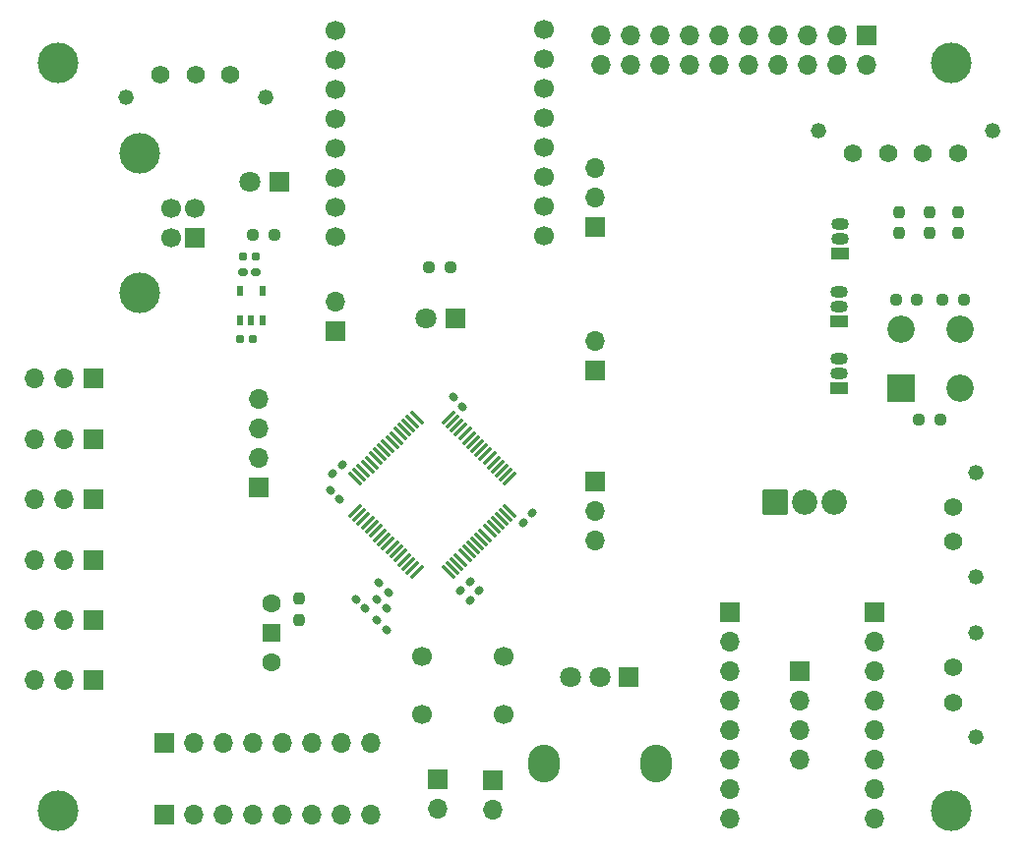
<source format=gbr>
%TF.GenerationSoftware,KiCad,Pcbnew,8.0.4*%
%TF.CreationDate,2025-04-25T16:49:28-07:00*%
%TF.ProjectId,DalekSoundSystemV2,44616c65-6b53-46f7-956e-645379737465,rev?*%
%TF.SameCoordinates,Original*%
%TF.FileFunction,Soldermask,Top*%
%TF.FilePolarity,Negative*%
%FSLAX46Y46*%
G04 Gerber Fmt 4.6, Leading zero omitted, Abs format (unit mm)*
G04 Created by KiCad (PCBNEW 8.0.4) date 2025-04-25 16:49:28*
%MOMM*%
%LPD*%
G01*
G04 APERTURE LIST*
G04 Aperture macros list*
%AMRoundRect*
0 Rectangle with rounded corners*
0 $1 Rounding radius*
0 $2 $3 $4 $5 $6 $7 $8 $9 X,Y pos of 4 corners*
0 Add a 4 corners polygon primitive as box body*
4,1,4,$2,$3,$4,$5,$6,$7,$8,$9,$2,$3,0*
0 Add four circle primitives for the rounded corners*
1,1,$1+$1,$2,$3*
1,1,$1+$1,$4,$5*
1,1,$1+$1,$6,$7*
1,1,$1+$1,$8,$9*
0 Add four rect primitives between the rounded corners*
20,1,$1+$1,$2,$3,$4,$5,0*
20,1,$1+$1,$4,$5,$6,$7,0*
20,1,$1+$1,$6,$7,$8,$9,0*
20,1,$1+$1,$8,$9,$2,$3,0*%
G04 Aperture macros list end*
%ADD10RoundRect,0.155000X-0.212500X-0.155000X0.212500X-0.155000X0.212500X0.155000X-0.212500X0.155000X0*%
%ADD11R,0.508000X0.955600*%
%ADD12RoundRect,0.155000X0.040659X0.259862X-0.259862X-0.040659X-0.040659X-0.259862X0.259862X0.040659X0*%
%ADD13RoundRect,0.155000X0.259862X-0.040659X-0.040659X0.259862X-0.259862X0.040659X0.040659X-0.259862X0*%
%ADD14R,1.800000X1.800000*%
%ADD15C,1.800000*%
%ADD16R,1.700000X1.700000*%
%ADD17O,1.700000X1.700000*%
%ADD18RoundRect,0.160000X-0.222500X-0.160000X0.222500X-0.160000X0.222500X0.160000X-0.222500X0.160000X0*%
%ADD19O,2.720000X3.240000*%
%ADD20RoundRect,0.237500X-0.237500X0.250000X-0.237500X-0.250000X0.237500X-0.250000X0.237500X0.250000X0*%
%ADD21C,3.500000*%
%ADD22C,1.320800*%
%ADD23C,1.574800*%
%ADD24R,2.350000X2.350000*%
%ADD25C,2.350000*%
%ADD26RoundRect,0.155000X0.212500X0.155000X-0.212500X0.155000X-0.212500X-0.155000X0.212500X-0.155000X0*%
%ADD27C,1.700000*%
%ADD28R,1.500000X1.500000*%
%ADD29C,1.600000*%
%ADD30RoundRect,0.237500X-0.250000X-0.237500X0.250000X-0.237500X0.250000X0.237500X-0.250000X0.237500X0*%
%ADD31RoundRect,0.155000X-0.259862X0.040659X0.040659X-0.259862X0.259862X-0.040659X-0.040659X0.259862X0*%
%ADD32R,1.500000X1.050000*%
%ADD33O,1.500000X1.050000*%
%ADD34RoundRect,0.155000X-0.040659X-0.259862X0.259862X0.040659X0.040659X0.259862X-0.259862X-0.040659X0*%
%ADD35RoundRect,0.160000X-0.270468X0.044194X0.044194X-0.270468X0.270468X-0.044194X-0.044194X0.270468X0*%
%ADD36RoundRect,0.237500X0.237500X-0.250000X0.237500X0.250000X-0.237500X0.250000X-0.237500X-0.250000X0*%
%ADD37RoundRect,0.075000X-0.441942X-0.548008X0.548008X0.441942X0.441942X0.548008X-0.548008X-0.441942X0*%
%ADD38RoundRect,0.075000X0.441942X-0.548008X0.548008X-0.441942X-0.441942X0.548008X-0.548008X0.441942X0*%
%ADD39RoundRect,0.102000X-0.990000X-0.990000X0.990000X-0.990000X0.990000X0.990000X-0.990000X0.990000X0*%
%ADD40C,2.184000*%
G04 APERTURE END LIST*
D10*
%TO.C,C11*%
X148477300Y-59263600D03*
X149612300Y-59263600D03*
%TD*%
D11*
%TO.C,U3*%
X148249999Y-64755600D03*
X149200000Y-64755600D03*
X150150001Y-64755600D03*
X150150001Y-62200000D03*
X148249999Y-62200000D03*
%TD*%
D12*
%TO.C,C5*%
X173401283Y-81398717D03*
X172598717Y-82201283D03*
%TD*%
D13*
%TO.C,C7*%
X161001283Y-88201283D03*
X160198717Y-87398717D03*
%TD*%
D14*
%TO.C,D3*%
X151600000Y-52800000D03*
D15*
X149060000Y-52800000D03*
%TD*%
D16*
%TO.C,J24*%
X178800000Y-56740000D03*
D17*
X178800000Y-54200000D03*
X178800000Y-51660000D03*
%TD*%
D18*
%TO.C,L1*%
X148472300Y-60601100D03*
X149617300Y-60601100D03*
%TD*%
D19*
%TO.C,RV1*%
X184000000Y-102975000D03*
X174400000Y-102975000D03*
D14*
X181700000Y-95475000D03*
D15*
X179200000Y-95475000D03*
X176700000Y-95475000D03*
%TD*%
D16*
%TO.C,J17*%
X165225000Y-104350000D03*
D17*
X165225000Y-106890000D03*
%TD*%
D20*
%TO.C,R2*%
X204962725Y-55447501D03*
X204962725Y-57272501D03*
%TD*%
D21*
%TO.C,H2*%
X132600000Y-107000000D03*
%TD*%
D16*
%TO.C,J5*%
X135600000Y-90600000D03*
D17*
X133060000Y-90600000D03*
X130520000Y-90600000D03*
%TD*%
D22*
%TO.C,J10*%
X211560001Y-100699999D03*
X211560001Y-91700001D03*
D23*
X209600000Y-94700000D03*
X209600000Y-97700000D03*
%TD*%
D16*
%TO.C,J7*%
X202180000Y-40260000D03*
D17*
X202180000Y-42800000D03*
X199640000Y-40260000D03*
X199640000Y-42800000D03*
X197100000Y-40260000D03*
X197100000Y-42800000D03*
X194560000Y-40260000D03*
X194560000Y-42800000D03*
X192020000Y-40260000D03*
X192020000Y-42800000D03*
X189480000Y-40260000D03*
X189480000Y-42800000D03*
X186940000Y-40260000D03*
X186940000Y-42800000D03*
X184400000Y-40260000D03*
X184400000Y-42800000D03*
X181860000Y-40260000D03*
X181860000Y-42800000D03*
X179320000Y-40260000D03*
X179320000Y-42800000D03*
%TD*%
D22*
%TO.C,J11*%
X211560001Y-86866200D03*
X211560001Y-77866202D03*
D23*
X209600000Y-80866201D03*
X209600000Y-83866201D03*
%TD*%
D24*
%TO.C,D1*%
X205155000Y-70605001D03*
D25*
X210235000Y-70605001D03*
X210235000Y-65525001D03*
X205155000Y-65525001D03*
%TD*%
D22*
%TO.C,J9*%
X138400001Y-45560001D03*
X150399997Y-45560001D03*
D23*
X147399998Y-43600000D03*
X144399999Y-43600000D03*
X141400000Y-43600000D03*
%TD*%
D16*
%TO.C,J13*%
X156400000Y-65740000D03*
D17*
X156400000Y-63200000D03*
%TD*%
D26*
%TO.C,C10*%
X149367500Y-66351100D03*
X148232500Y-66351100D03*
%TD*%
D27*
%TO.C,SW2*%
X170900000Y-98700000D03*
X163900000Y-93700000D03*
X170900000Y-93700000D03*
X163900000Y-98700000D03*
%TD*%
D28*
%TO.C,SW1*%
X150912500Y-91687500D03*
D29*
X150912500Y-94227500D03*
X150912500Y-89147500D03*
%TD*%
D16*
%TO.C,J4*%
X135600000Y-69800000D03*
D17*
X133060000Y-69800000D03*
X130520000Y-69800000D03*
%TD*%
D30*
%TO.C,R5*%
X204687500Y-62960001D03*
X206512500Y-62960001D03*
%TD*%
D16*
%TO.C,J6*%
X135600000Y-85400000D03*
D17*
X133060000Y-85400000D03*
X130520000Y-85400000D03*
%TD*%
D27*
%TO.C,U2*%
X174400000Y-57510000D03*
X174400000Y-54970000D03*
X174400000Y-52430000D03*
X174400000Y-49890000D03*
X174400000Y-47350000D03*
X174400000Y-44810000D03*
X174400000Y-42270000D03*
X174400000Y-39730000D03*
X156400000Y-39810000D03*
X156400000Y-42350000D03*
X156400000Y-44890000D03*
X156400000Y-47430000D03*
X156400000Y-49970000D03*
X156400000Y-52510000D03*
X156400000Y-55050000D03*
X156400000Y-57590000D03*
%TD*%
D16*
%TO.C,J14*%
X149800000Y-79200000D03*
D17*
X149800000Y-76660000D03*
X149800000Y-74120000D03*
X149800000Y-71580000D03*
%TD*%
D12*
%TO.C,C1*%
X168001283Y-87298717D03*
X167198717Y-88101283D03*
%TD*%
D31*
%TO.C,C9*%
X160003536Y-90603536D03*
X160806102Y-91406102D03*
%TD*%
D16*
%TO.C,J18*%
X170000000Y-104400000D03*
D17*
X170000000Y-106940000D03*
%TD*%
D16*
%TO.C,J1*%
X135600000Y-95800000D03*
D17*
X133060000Y-95800000D03*
X130520000Y-95800000D03*
%TD*%
D16*
%TO.C,J23*%
X144310000Y-57650000D03*
D27*
X144310000Y-55150000D03*
X142310000Y-55150000D03*
X142310000Y-57650000D03*
D21*
X139600000Y-62420000D03*
X139600000Y-50380000D03*
%TD*%
D32*
%TO.C,Q3-B1*%
X199800000Y-70630001D03*
D33*
X199800000Y-69360001D03*
X199800000Y-68090001D03*
%TD*%
D16*
%TO.C,J15*%
X196400000Y-95000000D03*
D17*
X196400000Y-97540000D03*
X196400000Y-100080000D03*
X196400000Y-102620000D03*
%TD*%
D34*
%TO.C,C3*%
X156198717Y-78001283D03*
X157001283Y-77198717D03*
%TD*%
D35*
%TO.C,FB1*%
X160000000Y-88800000D03*
X160809638Y-89609638D03*
%TD*%
D16*
%TO.C,J20*%
X141720000Y-107400000D03*
D17*
X144260000Y-107400000D03*
X146800000Y-107400000D03*
X149340000Y-107400000D03*
X151880000Y-107400000D03*
X154420000Y-107400000D03*
X156960000Y-107400000D03*
X159500000Y-107400000D03*
%TD*%
D12*
%TO.C,C6*%
X168801283Y-88098717D03*
X167998717Y-88901283D03*
%TD*%
D30*
%TO.C,R8*%
X164487500Y-60200000D03*
X166312500Y-60200000D03*
%TD*%
D16*
%TO.C,J21*%
X202800000Y-89925000D03*
D17*
X202800000Y-92465000D03*
X202800000Y-95005000D03*
X202800000Y-97545000D03*
X202800000Y-100085000D03*
X202800000Y-102625000D03*
X202800000Y-105165000D03*
X202800000Y-107705000D03*
%TD*%
D21*
%TO.C,H4*%
X209400000Y-42600000D03*
%TD*%
D16*
%TO.C,J19*%
X141720000Y-101200000D03*
D17*
X144260000Y-101200000D03*
X146800000Y-101200000D03*
X149340000Y-101200000D03*
X151880000Y-101200000D03*
X154420000Y-101200000D03*
X156960000Y-101200000D03*
X159500000Y-101200000D03*
%TD*%
D31*
%TO.C,C2*%
X166598717Y-71398717D03*
X167401283Y-72201283D03*
%TD*%
D36*
%TO.C,R3*%
X207550000Y-57272501D03*
X207550000Y-55447501D03*
%TD*%
D30*
%TO.C,R6*%
X208687500Y-62960001D03*
X210512500Y-62960001D03*
%TD*%
D32*
%TO.C,Q2-G1*%
X199800000Y-64830001D03*
D33*
X199800000Y-63560001D03*
X199800000Y-62290001D03*
%TD*%
D13*
%TO.C,C8*%
X159006102Y-89606102D03*
X158203536Y-88803536D03*
%TD*%
D21*
%TO.C,H3*%
X209400000Y-107000000D03*
%TD*%
D16*
%TO.C,J22*%
X190400000Y-89925000D03*
D17*
X190400000Y-92465000D03*
X190400000Y-95005000D03*
X190400000Y-97545000D03*
X190400000Y-100085000D03*
X190400000Y-102625000D03*
X190400000Y-105165000D03*
X190400000Y-107705000D03*
%TD*%
D22*
%TO.C,J8*%
X213000000Y-48400000D03*
X198000000Y-48400000D03*
D23*
X201000001Y-50360001D03*
X204000000Y-50360001D03*
X207000000Y-50360001D03*
X209999999Y-50360001D03*
%TD*%
D14*
%TO.C,D2*%
X166800000Y-64600000D03*
D15*
X164260000Y-64600000D03*
%TD*%
D30*
%TO.C,R9*%
X149347500Y-57400000D03*
X151172500Y-57400000D03*
%TD*%
D21*
%TO.C,H1*%
X132600000Y-42600000D03*
%TD*%
D36*
%TO.C,R4*%
X210057091Y-57272501D03*
X210057091Y-55447501D03*
%TD*%
D13*
%TO.C,C4*%
X156801283Y-80201283D03*
X155998717Y-79398717D03*
%TD*%
D32*
%TO.C,Q1-R1*%
X199840000Y-59030001D03*
D33*
X199840000Y-57760001D03*
X199840000Y-56490001D03*
%TD*%
D16*
%TO.C,J2*%
X135600000Y-75000000D03*
D17*
X133060000Y-75000000D03*
X130520000Y-75000000D03*
%TD*%
D16*
%TO.C,J16*%
X178800000Y-78660000D03*
D17*
X178800000Y-81200000D03*
X178800000Y-83740000D03*
%TD*%
D20*
%TO.C,R1*%
X153312500Y-88775000D03*
X153312500Y-90600000D03*
%TD*%
D16*
%TO.C,J3*%
X135600000Y-80200000D03*
D17*
X133060000Y-80200000D03*
X130520000Y-80200000D03*
%TD*%
D37*
%TO.C,U1*%
X158135519Y-81161181D03*
X158489072Y-81514734D03*
X158842625Y-81868287D03*
X159196179Y-82221841D03*
X159549732Y-82575394D03*
X159903286Y-82928948D03*
X160256839Y-83282501D03*
X160610392Y-83636054D03*
X160963946Y-83989608D03*
X161317499Y-84343161D03*
X161671052Y-84696714D03*
X162024606Y-85050268D03*
X162378159Y-85403821D03*
X162731713Y-85757375D03*
X163085266Y-86110928D03*
X163438819Y-86464481D03*
D38*
X166161181Y-86464481D03*
X166514734Y-86110928D03*
X166868287Y-85757375D03*
X167221841Y-85403821D03*
X167575394Y-85050268D03*
X167928948Y-84696714D03*
X168282501Y-84343161D03*
X168636054Y-83989608D03*
X168989608Y-83636054D03*
X169343161Y-83282501D03*
X169696714Y-82928948D03*
X170050268Y-82575394D03*
X170403821Y-82221841D03*
X170757375Y-81868287D03*
X171110928Y-81514734D03*
X171464481Y-81161181D03*
D37*
X171464481Y-78438819D03*
X171110928Y-78085266D03*
X170757375Y-77731713D03*
X170403821Y-77378159D03*
X170050268Y-77024606D03*
X169696714Y-76671052D03*
X169343161Y-76317499D03*
X168989608Y-75963946D03*
X168636054Y-75610392D03*
X168282501Y-75256839D03*
X167928948Y-74903286D03*
X167575394Y-74549732D03*
X167221841Y-74196179D03*
X166868287Y-73842625D03*
X166514734Y-73489072D03*
X166161181Y-73135519D03*
D38*
X163438819Y-73135519D03*
X163085266Y-73489072D03*
X162731713Y-73842625D03*
X162378159Y-74196179D03*
X162024606Y-74549732D03*
X161671052Y-74903286D03*
X161317499Y-75256839D03*
X160963946Y-75610392D03*
X160610392Y-75963946D03*
X160256839Y-76317499D03*
X159903286Y-76671052D03*
X159549732Y-77024606D03*
X159196179Y-77378159D03*
X158842625Y-77731713D03*
X158489072Y-78085266D03*
X158135519Y-78438819D03*
%TD*%
D16*
%TO.C,J12*%
X178800000Y-69075000D03*
D17*
X178800000Y-66535000D03*
%TD*%
D39*
%TO.C,Q4*%
X194320000Y-80400000D03*
D40*
X196860000Y-80400000D03*
X199400000Y-80400000D03*
%TD*%
D30*
%TO.C,R7*%
X206687500Y-73360001D03*
X208512500Y-73360001D03*
%TD*%
M02*

</source>
